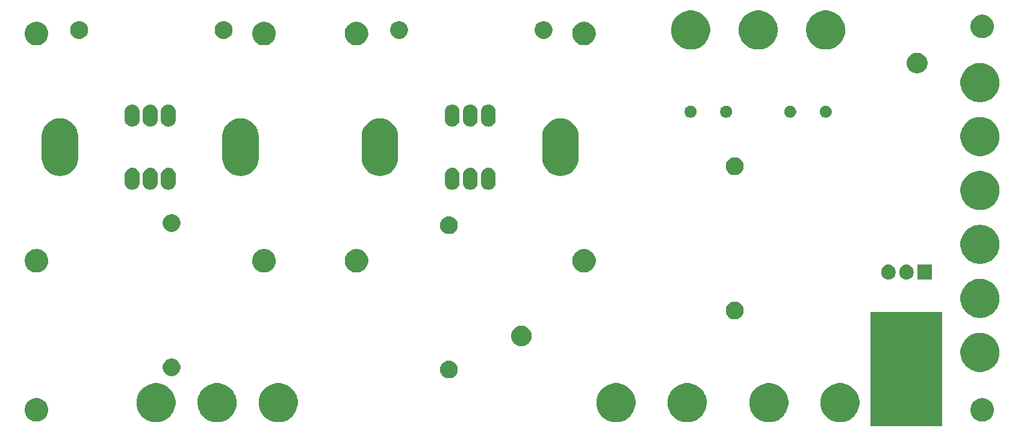
<source format=gbr>
G04 #@! TF.GenerationSoftware,KiCad,Pcbnew,(5.1.5)-3*
G04 #@! TF.CreationDate,2020-10-27T23:40:54+01:00*
G04 #@! TF.ProjectId,output_stage_1,6f757470-7574-45f7-9374-6167655f312e,rev?*
G04 #@! TF.SameCoordinates,Original*
G04 #@! TF.FileFunction,Soldermask,Bot*
G04 #@! TF.FilePolarity,Negative*
%FSLAX46Y46*%
G04 Gerber Fmt 4.6, Leading zero omitted, Abs format (unit mm)*
G04 Created by KiCad (PCBNEW (5.1.5)-3) date 2020-10-27 23:40:54*
%MOMM*%
%LPD*%
G04 APERTURE LIST*
%ADD10C,0.100000*%
G04 APERTURE END LIST*
D10*
G36*
X206411000Y-129311000D02*
G01*
X196309000Y-129311000D01*
X196309000Y-113209000D01*
X206411000Y-113209000D01*
X206411000Y-129311000D01*
G37*
G36*
X104936693Y-123301859D02*
G01*
X105202437Y-123354719D01*
X105703087Y-123562095D01*
X105883561Y-123682684D01*
X106153660Y-123863158D01*
X106536842Y-124246340D01*
X106717316Y-124516439D01*
X106837905Y-124696913D01*
X106971363Y-125019109D01*
X107045281Y-125197564D01*
X107151000Y-125729049D01*
X107151000Y-126270951D01*
X107115186Y-126451000D01*
X107045281Y-126802437D01*
X106837905Y-127303087D01*
X106781521Y-127387471D01*
X106536842Y-127753660D01*
X106153660Y-128136842D01*
X105935794Y-128282415D01*
X105703087Y-128437905D01*
X105202437Y-128645281D01*
X104936694Y-128698140D01*
X104670951Y-128751000D01*
X104129049Y-128751000D01*
X103863306Y-128698140D01*
X103597563Y-128645281D01*
X103096913Y-128437905D01*
X102864206Y-128282415D01*
X102646340Y-128136842D01*
X102263158Y-127753660D01*
X102018479Y-127387471D01*
X101962095Y-127303087D01*
X101754719Y-126802437D01*
X101684814Y-126451000D01*
X101649000Y-126270951D01*
X101649000Y-125729049D01*
X101754719Y-125197564D01*
X101828637Y-125019109D01*
X101962095Y-124696913D01*
X102082684Y-124516439D01*
X102263158Y-124246340D01*
X102646340Y-123863158D01*
X102916439Y-123682684D01*
X103096913Y-123562095D01*
X103597563Y-123354719D01*
X103863307Y-123301859D01*
X104129049Y-123249000D01*
X104670951Y-123249000D01*
X104936693Y-123301859D01*
G37*
G36*
X96336693Y-123301859D02*
G01*
X96602437Y-123354719D01*
X97103087Y-123562095D01*
X97283561Y-123682684D01*
X97553660Y-123863158D01*
X97936842Y-124246340D01*
X98117316Y-124516439D01*
X98237905Y-124696913D01*
X98371363Y-125019109D01*
X98445281Y-125197564D01*
X98551000Y-125729049D01*
X98551000Y-126270951D01*
X98515186Y-126451000D01*
X98445281Y-126802437D01*
X98237905Y-127303087D01*
X98181521Y-127387471D01*
X97936842Y-127753660D01*
X97553660Y-128136842D01*
X97335794Y-128282415D01*
X97103087Y-128437905D01*
X96602437Y-128645281D01*
X96336694Y-128698140D01*
X96070951Y-128751000D01*
X95529049Y-128751000D01*
X95263306Y-128698140D01*
X94997563Y-128645281D01*
X94496913Y-128437905D01*
X94264206Y-128282415D01*
X94046340Y-128136842D01*
X93663158Y-127753660D01*
X93418479Y-127387471D01*
X93362095Y-127303087D01*
X93154719Y-126802437D01*
X93084814Y-126451000D01*
X93049000Y-126270951D01*
X93049000Y-125729049D01*
X93154719Y-125197564D01*
X93228637Y-125019109D01*
X93362095Y-124696913D01*
X93482684Y-124516439D01*
X93663158Y-124246340D01*
X94046340Y-123863158D01*
X94316439Y-123682684D01*
X94496913Y-123562095D01*
X94997563Y-123354719D01*
X95263307Y-123301859D01*
X95529049Y-123249000D01*
X96070951Y-123249000D01*
X96336693Y-123301859D01*
G37*
G36*
X113536693Y-123301859D02*
G01*
X113802437Y-123354719D01*
X114303087Y-123562095D01*
X114483561Y-123682684D01*
X114753660Y-123863158D01*
X115136842Y-124246340D01*
X115317316Y-124516439D01*
X115437905Y-124696913D01*
X115571363Y-125019109D01*
X115645281Y-125197564D01*
X115751000Y-125729049D01*
X115751000Y-126270951D01*
X115715186Y-126451000D01*
X115645281Y-126802437D01*
X115437905Y-127303087D01*
X115381521Y-127387471D01*
X115136842Y-127753660D01*
X114753660Y-128136842D01*
X114535794Y-128282415D01*
X114303087Y-128437905D01*
X113802437Y-128645281D01*
X113536694Y-128698140D01*
X113270951Y-128751000D01*
X112729049Y-128751000D01*
X112463306Y-128698140D01*
X112197563Y-128645281D01*
X111696913Y-128437905D01*
X111464206Y-128282415D01*
X111246340Y-128136842D01*
X110863158Y-127753660D01*
X110618479Y-127387471D01*
X110562095Y-127303087D01*
X110354719Y-126802437D01*
X110284814Y-126451000D01*
X110249000Y-126270951D01*
X110249000Y-125729049D01*
X110354719Y-125197564D01*
X110428637Y-125019109D01*
X110562095Y-124696913D01*
X110682684Y-124516439D01*
X110863158Y-124246340D01*
X111246340Y-123863158D01*
X111516439Y-123682684D01*
X111696913Y-123562095D01*
X112197563Y-123354719D01*
X112463307Y-123301859D01*
X112729049Y-123249000D01*
X113270951Y-123249000D01*
X113536693Y-123301859D01*
G37*
G36*
X171036693Y-123301859D02*
G01*
X171302437Y-123354719D01*
X171803087Y-123562095D01*
X171983561Y-123682684D01*
X172253660Y-123863158D01*
X172636842Y-124246340D01*
X172817316Y-124516439D01*
X172937905Y-124696913D01*
X173071363Y-125019109D01*
X173145281Y-125197564D01*
X173251000Y-125729049D01*
X173251000Y-126270951D01*
X173215186Y-126451000D01*
X173145281Y-126802437D01*
X172937905Y-127303087D01*
X172881521Y-127387471D01*
X172636842Y-127753660D01*
X172253660Y-128136842D01*
X172035794Y-128282415D01*
X171803087Y-128437905D01*
X171302437Y-128645281D01*
X171036694Y-128698140D01*
X170770951Y-128751000D01*
X170229049Y-128751000D01*
X169963306Y-128698140D01*
X169697563Y-128645281D01*
X169196913Y-128437905D01*
X168964206Y-128282415D01*
X168746340Y-128136842D01*
X168363158Y-127753660D01*
X168118479Y-127387471D01*
X168062095Y-127303087D01*
X167854719Y-126802437D01*
X167784814Y-126451000D01*
X167749000Y-126270951D01*
X167749000Y-125729049D01*
X167854719Y-125197564D01*
X167928637Y-125019109D01*
X168062095Y-124696913D01*
X168182684Y-124516439D01*
X168363158Y-124246340D01*
X168746340Y-123863158D01*
X169016439Y-123682684D01*
X169196913Y-123562095D01*
X169697563Y-123354719D01*
X169963307Y-123301859D01*
X170229049Y-123249000D01*
X170770951Y-123249000D01*
X171036693Y-123301859D01*
G37*
G36*
X182536693Y-123301859D02*
G01*
X182802437Y-123354719D01*
X183303087Y-123562095D01*
X183483561Y-123682684D01*
X183753660Y-123863158D01*
X184136842Y-124246340D01*
X184317316Y-124516439D01*
X184437905Y-124696913D01*
X184571363Y-125019109D01*
X184645281Y-125197564D01*
X184751000Y-125729049D01*
X184751000Y-126270951D01*
X184715186Y-126451000D01*
X184645281Y-126802437D01*
X184437905Y-127303087D01*
X184381521Y-127387471D01*
X184136842Y-127753660D01*
X183753660Y-128136842D01*
X183535794Y-128282415D01*
X183303087Y-128437905D01*
X182802437Y-128645281D01*
X182536694Y-128698140D01*
X182270951Y-128751000D01*
X181729049Y-128751000D01*
X181463306Y-128698140D01*
X181197563Y-128645281D01*
X180696913Y-128437905D01*
X180464206Y-128282415D01*
X180246340Y-128136842D01*
X179863158Y-127753660D01*
X179618479Y-127387471D01*
X179562095Y-127303087D01*
X179354719Y-126802437D01*
X179284814Y-126451000D01*
X179249000Y-126270951D01*
X179249000Y-125729049D01*
X179354719Y-125197564D01*
X179428637Y-125019109D01*
X179562095Y-124696913D01*
X179682684Y-124516439D01*
X179863158Y-124246340D01*
X180246340Y-123863158D01*
X180516439Y-123682684D01*
X180696913Y-123562095D01*
X181197563Y-123354719D01*
X181463307Y-123301859D01*
X181729049Y-123249000D01*
X182270951Y-123249000D01*
X182536693Y-123301859D01*
G37*
G36*
X161036693Y-123301859D02*
G01*
X161302437Y-123354719D01*
X161803087Y-123562095D01*
X161983561Y-123682684D01*
X162253660Y-123863158D01*
X162636842Y-124246340D01*
X162817316Y-124516439D01*
X162937905Y-124696913D01*
X163071363Y-125019109D01*
X163145281Y-125197564D01*
X163251000Y-125729049D01*
X163251000Y-126270951D01*
X163215186Y-126451000D01*
X163145281Y-126802437D01*
X162937905Y-127303087D01*
X162881521Y-127387471D01*
X162636842Y-127753660D01*
X162253660Y-128136842D01*
X162035794Y-128282415D01*
X161803087Y-128437905D01*
X161302437Y-128645281D01*
X161036694Y-128698140D01*
X160770951Y-128751000D01*
X160229049Y-128751000D01*
X159963306Y-128698140D01*
X159697563Y-128645281D01*
X159196913Y-128437905D01*
X158964206Y-128282415D01*
X158746340Y-128136842D01*
X158363158Y-127753660D01*
X158118479Y-127387471D01*
X158062095Y-127303087D01*
X157854719Y-126802437D01*
X157784814Y-126451000D01*
X157749000Y-126270951D01*
X157749000Y-125729049D01*
X157854719Y-125197564D01*
X157928637Y-125019109D01*
X158062095Y-124696913D01*
X158182684Y-124516439D01*
X158363158Y-124246340D01*
X158746340Y-123863158D01*
X159016439Y-123682684D01*
X159196913Y-123562095D01*
X159697563Y-123354719D01*
X159963307Y-123301859D01*
X160229049Y-123249000D01*
X160770951Y-123249000D01*
X161036693Y-123301859D01*
G37*
G36*
X192536693Y-123301859D02*
G01*
X192802437Y-123354719D01*
X193303087Y-123562095D01*
X193483561Y-123682684D01*
X193753660Y-123863158D01*
X194136842Y-124246340D01*
X194317316Y-124516439D01*
X194437905Y-124696913D01*
X194571363Y-125019109D01*
X194645281Y-125197564D01*
X194751000Y-125729049D01*
X194751000Y-126270951D01*
X194715186Y-126451000D01*
X194645281Y-126802437D01*
X194437905Y-127303087D01*
X194381521Y-127387471D01*
X194136842Y-127753660D01*
X193753660Y-128136842D01*
X193535794Y-128282415D01*
X193303087Y-128437905D01*
X192802437Y-128645281D01*
X192536694Y-128698140D01*
X192270951Y-128751000D01*
X191729049Y-128751000D01*
X191463306Y-128698140D01*
X191197563Y-128645281D01*
X190696913Y-128437905D01*
X190464206Y-128282415D01*
X190246340Y-128136842D01*
X189863158Y-127753660D01*
X189618479Y-127387471D01*
X189562095Y-127303087D01*
X189354719Y-126802437D01*
X189284814Y-126451000D01*
X189249000Y-126270951D01*
X189249000Y-125729049D01*
X189354719Y-125197564D01*
X189428637Y-125019109D01*
X189562095Y-124696913D01*
X189682684Y-124516439D01*
X189863158Y-124246340D01*
X190246340Y-123863158D01*
X190516439Y-123682684D01*
X190696913Y-123562095D01*
X191197563Y-123354719D01*
X191463307Y-123301859D01*
X191729049Y-123249000D01*
X192270951Y-123249000D01*
X192536693Y-123301859D01*
G37*
G36*
X79375256Y-125391298D02*
G01*
X79481579Y-125412447D01*
X79782042Y-125536903D01*
X80052451Y-125717585D01*
X80282415Y-125947549D01*
X80282416Y-125947551D01*
X80463098Y-126217960D01*
X80587553Y-126518422D01*
X80651000Y-126837389D01*
X80651000Y-127162611D01*
X80623057Y-127303087D01*
X80587553Y-127481579D01*
X80463097Y-127782042D01*
X80282415Y-128052451D01*
X80052451Y-128282415D01*
X79782042Y-128463097D01*
X79782041Y-128463098D01*
X79782040Y-128463098D01*
X79694037Y-128499550D01*
X79481579Y-128587553D01*
X79375256Y-128608702D01*
X79162611Y-128651000D01*
X78837389Y-128651000D01*
X78624744Y-128608702D01*
X78518421Y-128587553D01*
X78305963Y-128499550D01*
X78217960Y-128463098D01*
X78217959Y-128463098D01*
X78217958Y-128463097D01*
X77947549Y-128282415D01*
X77717585Y-128052451D01*
X77536903Y-127782042D01*
X77412447Y-127481579D01*
X77376943Y-127303087D01*
X77349000Y-127162611D01*
X77349000Y-126837389D01*
X77412447Y-126518422D01*
X77536902Y-126217960D01*
X77717584Y-125947551D01*
X77717585Y-125947549D01*
X77947549Y-125717585D01*
X78217958Y-125536903D01*
X78518421Y-125412447D01*
X78624744Y-125391298D01*
X78837389Y-125349000D01*
X79162611Y-125349000D01*
X79375256Y-125391298D01*
G37*
G36*
X212375256Y-125391298D02*
G01*
X212481579Y-125412447D01*
X212782042Y-125536903D01*
X213052451Y-125717585D01*
X213282415Y-125947549D01*
X213282416Y-125947551D01*
X213463098Y-126217960D01*
X213587553Y-126518422D01*
X213651000Y-126837389D01*
X213651000Y-127162611D01*
X213623057Y-127303087D01*
X213587553Y-127481579D01*
X213463097Y-127782042D01*
X213282415Y-128052451D01*
X213052451Y-128282415D01*
X212782042Y-128463097D01*
X212782041Y-128463098D01*
X212782040Y-128463098D01*
X212694037Y-128499550D01*
X212481579Y-128587553D01*
X212375256Y-128608702D01*
X212162611Y-128651000D01*
X211837389Y-128651000D01*
X211624744Y-128608702D01*
X211518421Y-128587553D01*
X211305963Y-128499550D01*
X211217960Y-128463098D01*
X211217959Y-128463098D01*
X211217958Y-128463097D01*
X210947549Y-128282415D01*
X210717585Y-128052451D01*
X210536903Y-127782042D01*
X210412447Y-127481579D01*
X210376943Y-127303087D01*
X210349000Y-127162611D01*
X210349000Y-126837389D01*
X210412447Y-126518422D01*
X210536902Y-126217960D01*
X210717584Y-125947551D01*
X210717585Y-125947549D01*
X210947549Y-125717585D01*
X211217958Y-125536903D01*
X211518421Y-125412447D01*
X211624744Y-125391298D01*
X211837389Y-125349000D01*
X212162611Y-125349000D01*
X212375256Y-125391298D01*
G37*
G36*
X137364903Y-120117075D02*
G01*
X137572553Y-120203086D01*
X137592571Y-120211378D01*
X137797466Y-120348285D01*
X137971715Y-120522534D01*
X138059331Y-120653660D01*
X138108623Y-120727431D01*
X138202925Y-120955097D01*
X138251000Y-121196786D01*
X138251000Y-121443214D01*
X138221291Y-121592569D01*
X138202925Y-121684903D01*
X138108622Y-121912571D01*
X137971715Y-122117466D01*
X137797466Y-122291715D01*
X137592571Y-122428622D01*
X137592570Y-122428623D01*
X137592569Y-122428623D01*
X137364903Y-122522925D01*
X137123214Y-122571000D01*
X136876786Y-122571000D01*
X136635097Y-122522925D01*
X136407431Y-122428623D01*
X136407430Y-122428623D01*
X136407429Y-122428622D01*
X136202534Y-122291715D01*
X136028285Y-122117466D01*
X135891378Y-121912571D01*
X135797075Y-121684903D01*
X135778709Y-121592569D01*
X135749000Y-121443214D01*
X135749000Y-121196786D01*
X135797075Y-120955097D01*
X135891377Y-120727431D01*
X135940669Y-120653660D01*
X136028285Y-120522534D01*
X136202534Y-120348285D01*
X136407429Y-120211378D01*
X136427448Y-120203086D01*
X136635097Y-120117075D01*
X136876786Y-120069000D01*
X137123214Y-120069000D01*
X137364903Y-120117075D01*
G37*
G36*
X98364903Y-119797075D02*
G01*
X98592571Y-119891378D01*
X98797466Y-120028285D01*
X98971715Y-120202534D01*
X99108622Y-120407429D01*
X99108623Y-120407431D01*
X99202925Y-120635097D01*
X99251000Y-120876786D01*
X99251000Y-121123214D01*
X99236365Y-121196787D01*
X99202925Y-121364903D01*
X99108622Y-121592571D01*
X98971715Y-121797466D01*
X98797466Y-121971715D01*
X98592571Y-122108622D01*
X98592570Y-122108623D01*
X98592569Y-122108623D01*
X98364903Y-122202925D01*
X98123214Y-122251000D01*
X97876786Y-122251000D01*
X97635097Y-122202925D01*
X97407431Y-122108623D01*
X97407430Y-122108623D01*
X97407429Y-122108622D01*
X97202534Y-121971715D01*
X97028285Y-121797466D01*
X96891378Y-121592571D01*
X96797075Y-121364903D01*
X96763635Y-121196787D01*
X96749000Y-121123214D01*
X96749000Y-120876786D01*
X96797075Y-120635097D01*
X96891377Y-120407431D01*
X96891378Y-120407429D01*
X97028285Y-120202534D01*
X97202534Y-120028285D01*
X97407429Y-119891378D01*
X97635097Y-119797075D01*
X97876786Y-119749000D01*
X98123214Y-119749000D01*
X98364903Y-119797075D01*
G37*
G36*
X212236694Y-116201860D02*
G01*
X212502437Y-116254719D01*
X213003087Y-116462095D01*
X213183561Y-116582684D01*
X213453660Y-116763158D01*
X213836842Y-117146340D01*
X214017316Y-117416439D01*
X214137905Y-117596913D01*
X214271363Y-117919109D01*
X214345281Y-118097564D01*
X214451000Y-118629049D01*
X214451000Y-119170951D01*
X214415186Y-119351000D01*
X214345281Y-119702437D01*
X214137905Y-120203087D01*
X214022160Y-120376311D01*
X213836842Y-120653660D01*
X213453660Y-121036842D01*
X213190774Y-121212496D01*
X213003087Y-121337905D01*
X212502437Y-121545281D01*
X212264703Y-121592569D01*
X211970951Y-121651000D01*
X211429049Y-121651000D01*
X211135297Y-121592569D01*
X210897563Y-121545281D01*
X210396913Y-121337905D01*
X210209226Y-121212496D01*
X209946340Y-121036842D01*
X209563158Y-120653660D01*
X209377840Y-120376311D01*
X209262095Y-120203087D01*
X209054719Y-119702437D01*
X208984814Y-119351000D01*
X208949000Y-119170951D01*
X208949000Y-118629049D01*
X209054719Y-118097564D01*
X209128637Y-117919109D01*
X209262095Y-117596913D01*
X209382684Y-117416439D01*
X209563158Y-117146340D01*
X209946340Y-116763158D01*
X210216439Y-116582684D01*
X210396913Y-116462095D01*
X210897563Y-116254719D01*
X211163306Y-116201860D01*
X211429049Y-116149000D01*
X211970951Y-116149000D01*
X212236694Y-116201860D01*
G37*
G36*
X147623241Y-115204760D02*
G01*
X147887305Y-115314139D01*
X148124958Y-115472934D01*
X148327066Y-115675042D01*
X148485861Y-115912695D01*
X148595240Y-116176759D01*
X148651000Y-116457088D01*
X148651000Y-116742912D01*
X148595240Y-117023241D01*
X148485861Y-117287305D01*
X148327066Y-117524958D01*
X148124958Y-117727066D01*
X147887305Y-117885861D01*
X147623241Y-117995240D01*
X147342912Y-118051000D01*
X147057088Y-118051000D01*
X146776759Y-117995240D01*
X146512695Y-117885861D01*
X146275042Y-117727066D01*
X146072934Y-117524958D01*
X145914139Y-117287305D01*
X145804760Y-117023241D01*
X145749000Y-116742912D01*
X145749000Y-116457088D01*
X145804760Y-116176759D01*
X145914139Y-115912695D01*
X146072934Y-115675042D01*
X146275042Y-115472934D01*
X146512695Y-115314139D01*
X146776759Y-115204760D01*
X147057088Y-115149000D01*
X147342912Y-115149000D01*
X147623241Y-115204760D01*
G37*
G36*
X177564903Y-111797075D02*
G01*
X177792571Y-111891378D01*
X177997466Y-112028285D01*
X178171715Y-112202534D01*
X178291348Y-112381577D01*
X178308623Y-112407431D01*
X178402925Y-112635097D01*
X178451000Y-112876786D01*
X178451000Y-113123214D01*
X178402925Y-113364903D01*
X178330966Y-113538629D01*
X178308622Y-113592571D01*
X178171715Y-113797466D01*
X177997466Y-113971715D01*
X177792571Y-114108622D01*
X177792570Y-114108623D01*
X177792569Y-114108623D01*
X177564903Y-114202925D01*
X177323214Y-114251000D01*
X177076786Y-114251000D01*
X176835097Y-114202925D01*
X176607431Y-114108623D01*
X176607430Y-114108623D01*
X176607429Y-114108622D01*
X176402534Y-113971715D01*
X176228285Y-113797466D01*
X176091378Y-113592571D01*
X176069035Y-113538629D01*
X175997075Y-113364903D01*
X175949000Y-113123214D01*
X175949000Y-112876786D01*
X175997075Y-112635097D01*
X176091377Y-112407431D01*
X176108652Y-112381577D01*
X176228285Y-112202534D01*
X176402534Y-112028285D01*
X176607429Y-111891378D01*
X176835097Y-111797075D01*
X177076786Y-111749000D01*
X177323214Y-111749000D01*
X177564903Y-111797075D01*
G37*
G36*
X212236694Y-108601860D02*
G01*
X212502437Y-108654719D01*
X213003087Y-108862095D01*
X213183561Y-108982684D01*
X213453660Y-109163158D01*
X213836842Y-109546340D01*
X214017316Y-109816439D01*
X214137905Y-109996913D01*
X214271363Y-110319109D01*
X214345281Y-110497564D01*
X214451000Y-111029049D01*
X214451000Y-111570951D01*
X214415584Y-111749000D01*
X214345281Y-112102437D01*
X214137905Y-112603087D01*
X214081521Y-112687471D01*
X213836842Y-113053660D01*
X213453660Y-113436842D01*
X213220597Y-113592569D01*
X213003087Y-113737905D01*
X212502437Y-113945281D01*
X212236694Y-113998140D01*
X211970951Y-114051000D01*
X211429049Y-114051000D01*
X211163306Y-113998140D01*
X210897563Y-113945281D01*
X210396913Y-113737905D01*
X210179403Y-113592569D01*
X209946340Y-113436842D01*
X209563158Y-113053660D01*
X209318479Y-112687471D01*
X209262095Y-112603087D01*
X209054719Y-112102437D01*
X208984416Y-111749000D01*
X208949000Y-111570951D01*
X208949000Y-111029049D01*
X209054719Y-110497564D01*
X209128637Y-110319109D01*
X209262095Y-109996913D01*
X209382684Y-109816439D01*
X209563158Y-109546340D01*
X209946340Y-109163158D01*
X210216439Y-108982684D01*
X210396913Y-108862095D01*
X210897563Y-108654719D01*
X211163306Y-108601860D01*
X211429049Y-108549000D01*
X211970951Y-108549000D01*
X212236694Y-108601860D01*
G37*
G36*
X199016720Y-106563520D02*
G01*
X199205881Y-106620901D01*
X199380212Y-106714083D01*
X199533015Y-106839485D01*
X199658417Y-106992288D01*
X199690575Y-107052451D01*
X199751598Y-107166617D01*
X199751599Y-107166620D01*
X199808980Y-107355781D01*
X199823500Y-107503207D01*
X199823500Y-107696794D01*
X199808980Y-107844220D01*
X199751599Y-108033381D01*
X199658417Y-108207712D01*
X199533015Y-108360515D01*
X199380212Y-108485917D01*
X199298333Y-108529682D01*
X199205883Y-108579098D01*
X199205880Y-108579099D01*
X199016719Y-108636480D01*
X198820000Y-108655855D01*
X198623280Y-108636480D01*
X198434119Y-108579099D01*
X198259788Y-108485917D01*
X198106985Y-108360515D01*
X197981583Y-108207712D01*
X197937818Y-108125833D01*
X197888402Y-108033383D01*
X197888401Y-108033380D01*
X197831020Y-107844219D01*
X197816500Y-107696793D01*
X197816500Y-107503206D01*
X197831020Y-107355780D01*
X197888401Y-107166619D01*
X197981583Y-106992288D01*
X198106985Y-106839485D01*
X198259788Y-106714083D01*
X198434120Y-106620901D01*
X198623281Y-106563520D01*
X198820000Y-106544145D01*
X199016720Y-106563520D01*
G37*
G36*
X201556720Y-106563520D02*
G01*
X201745881Y-106620901D01*
X201920212Y-106714083D01*
X202073015Y-106839485D01*
X202198417Y-106992288D01*
X202230575Y-107052451D01*
X202291598Y-107166617D01*
X202291599Y-107166620D01*
X202348980Y-107355781D01*
X202363500Y-107503207D01*
X202363500Y-107696794D01*
X202348980Y-107844220D01*
X202291599Y-108033381D01*
X202198417Y-108207712D01*
X202073015Y-108360515D01*
X201920212Y-108485917D01*
X201838333Y-108529682D01*
X201745883Y-108579098D01*
X201745880Y-108579099D01*
X201556719Y-108636480D01*
X201360000Y-108655855D01*
X201163280Y-108636480D01*
X200974119Y-108579099D01*
X200799788Y-108485917D01*
X200646985Y-108360515D01*
X200521583Y-108207712D01*
X200477818Y-108125833D01*
X200428402Y-108033383D01*
X200428401Y-108033380D01*
X200371020Y-107844219D01*
X200356500Y-107696793D01*
X200356500Y-107503206D01*
X200371020Y-107355780D01*
X200428401Y-107166619D01*
X200521583Y-106992288D01*
X200646985Y-106839485D01*
X200799788Y-106714083D01*
X200974120Y-106620901D01*
X201163281Y-106563520D01*
X201360000Y-106544145D01*
X201556720Y-106563520D01*
G37*
G36*
X204903500Y-108651000D02*
G01*
X202896500Y-108651000D01*
X202896500Y-106549000D01*
X204903500Y-106549000D01*
X204903500Y-108651000D01*
G37*
G36*
X79375256Y-104391298D02*
G01*
X79481579Y-104412447D01*
X79782042Y-104536903D01*
X80052451Y-104717585D01*
X80282415Y-104947549D01*
X80463097Y-105217958D01*
X80584633Y-105511371D01*
X80587553Y-105518422D01*
X80651000Y-105837389D01*
X80651000Y-106162611D01*
X80614664Y-106345281D01*
X80587553Y-106481579D01*
X80463097Y-106782042D01*
X80282415Y-107052451D01*
X80052451Y-107282415D01*
X79782042Y-107463097D01*
X79481579Y-107587553D01*
X79375256Y-107608702D01*
X79162611Y-107651000D01*
X78837389Y-107651000D01*
X78624744Y-107608702D01*
X78518421Y-107587553D01*
X78217958Y-107463097D01*
X77947549Y-107282415D01*
X77717585Y-107052451D01*
X77536903Y-106782042D01*
X77412447Y-106481579D01*
X77385336Y-106345281D01*
X77349000Y-106162611D01*
X77349000Y-105837389D01*
X77412447Y-105518422D01*
X77415368Y-105511371D01*
X77536903Y-105217958D01*
X77717585Y-104947549D01*
X77947549Y-104717585D01*
X78217958Y-104536903D01*
X78518421Y-104412447D01*
X78624744Y-104391298D01*
X78837389Y-104349000D01*
X79162611Y-104349000D01*
X79375256Y-104391298D01*
G37*
G36*
X124375256Y-104391298D02*
G01*
X124481579Y-104412447D01*
X124782042Y-104536903D01*
X125052451Y-104717585D01*
X125282415Y-104947549D01*
X125463097Y-105217958D01*
X125584633Y-105511371D01*
X125587553Y-105518422D01*
X125651000Y-105837389D01*
X125651000Y-106162611D01*
X125614664Y-106345281D01*
X125587553Y-106481579D01*
X125463097Y-106782042D01*
X125282415Y-107052451D01*
X125052451Y-107282415D01*
X124782042Y-107463097D01*
X124481579Y-107587553D01*
X124375256Y-107608702D01*
X124162611Y-107651000D01*
X123837389Y-107651000D01*
X123624744Y-107608702D01*
X123518421Y-107587553D01*
X123217958Y-107463097D01*
X122947549Y-107282415D01*
X122717585Y-107052451D01*
X122536903Y-106782042D01*
X122412447Y-106481579D01*
X122385336Y-106345281D01*
X122349000Y-106162611D01*
X122349000Y-105837389D01*
X122412447Y-105518422D01*
X122415368Y-105511371D01*
X122536903Y-105217958D01*
X122717585Y-104947549D01*
X122947549Y-104717585D01*
X123217958Y-104536903D01*
X123518421Y-104412447D01*
X123624744Y-104391298D01*
X123837389Y-104349000D01*
X124162611Y-104349000D01*
X124375256Y-104391298D01*
G37*
G36*
X111375256Y-104391298D02*
G01*
X111481579Y-104412447D01*
X111782042Y-104536903D01*
X112052451Y-104717585D01*
X112282415Y-104947549D01*
X112463097Y-105217958D01*
X112584633Y-105511371D01*
X112587553Y-105518422D01*
X112651000Y-105837389D01*
X112651000Y-106162611D01*
X112614664Y-106345281D01*
X112587553Y-106481579D01*
X112463097Y-106782042D01*
X112282415Y-107052451D01*
X112052451Y-107282415D01*
X111782042Y-107463097D01*
X111481579Y-107587553D01*
X111375256Y-107608702D01*
X111162611Y-107651000D01*
X110837389Y-107651000D01*
X110624744Y-107608702D01*
X110518421Y-107587553D01*
X110217958Y-107463097D01*
X109947549Y-107282415D01*
X109717585Y-107052451D01*
X109536903Y-106782042D01*
X109412447Y-106481579D01*
X109385336Y-106345281D01*
X109349000Y-106162611D01*
X109349000Y-105837389D01*
X109412447Y-105518422D01*
X109415368Y-105511371D01*
X109536903Y-105217958D01*
X109717585Y-104947549D01*
X109947549Y-104717585D01*
X110217958Y-104536903D01*
X110518421Y-104412447D01*
X110624744Y-104391298D01*
X110837389Y-104349000D01*
X111162611Y-104349000D01*
X111375256Y-104391298D01*
G37*
G36*
X156375256Y-104391298D02*
G01*
X156481579Y-104412447D01*
X156782042Y-104536903D01*
X157052451Y-104717585D01*
X157282415Y-104947549D01*
X157463097Y-105217958D01*
X157584633Y-105511371D01*
X157587553Y-105518422D01*
X157651000Y-105837389D01*
X157651000Y-106162611D01*
X157614664Y-106345281D01*
X157587553Y-106481579D01*
X157463097Y-106782042D01*
X157282415Y-107052451D01*
X157052451Y-107282415D01*
X156782042Y-107463097D01*
X156481579Y-107587553D01*
X156375256Y-107608702D01*
X156162611Y-107651000D01*
X155837389Y-107651000D01*
X155624744Y-107608702D01*
X155518421Y-107587553D01*
X155217958Y-107463097D01*
X154947549Y-107282415D01*
X154717585Y-107052451D01*
X154536903Y-106782042D01*
X154412447Y-106481579D01*
X154385336Y-106345281D01*
X154349000Y-106162611D01*
X154349000Y-105837389D01*
X154412447Y-105518422D01*
X154415368Y-105511371D01*
X154536903Y-105217958D01*
X154717585Y-104947549D01*
X154947549Y-104717585D01*
X155217958Y-104536903D01*
X155518421Y-104412447D01*
X155624744Y-104391298D01*
X155837389Y-104349000D01*
X156162611Y-104349000D01*
X156375256Y-104391298D01*
G37*
G36*
X212236694Y-101001860D02*
G01*
X212502437Y-101054719D01*
X213003087Y-101262095D01*
X213156950Y-101364903D01*
X213453660Y-101563158D01*
X213836842Y-101946340D01*
X214008286Y-102202925D01*
X214137905Y-102396913D01*
X214271363Y-102719109D01*
X214345281Y-102897564D01*
X214451000Y-103429049D01*
X214451000Y-103970951D01*
X214415186Y-104151000D01*
X214345281Y-104502437D01*
X214137905Y-105003087D01*
X214081521Y-105087471D01*
X213836842Y-105453660D01*
X213453660Y-105836842D01*
X213190774Y-106012496D01*
X213003087Y-106137905D01*
X212502437Y-106345281D01*
X212236693Y-106398141D01*
X211970951Y-106451000D01*
X211429049Y-106451000D01*
X211163306Y-106398140D01*
X210897563Y-106345281D01*
X210396913Y-106137905D01*
X210209226Y-106012496D01*
X209946340Y-105836842D01*
X209563158Y-105453660D01*
X209318479Y-105087471D01*
X209262095Y-105003087D01*
X209054719Y-104502437D01*
X208984814Y-104151000D01*
X208949000Y-103970951D01*
X208949000Y-103429049D01*
X209054719Y-102897564D01*
X209128637Y-102719109D01*
X209262095Y-102396913D01*
X209391714Y-102202925D01*
X209563158Y-101946340D01*
X209946340Y-101563158D01*
X210243050Y-101364903D01*
X210396913Y-101262095D01*
X210897563Y-101054719D01*
X211163307Y-101001859D01*
X211429049Y-100949000D01*
X211970951Y-100949000D01*
X212236694Y-101001860D01*
G37*
G36*
X137364903Y-99797075D02*
G01*
X137571225Y-99882536D01*
X137592571Y-99891378D01*
X137797466Y-100028285D01*
X137971715Y-100202534D01*
X137971716Y-100202536D01*
X138108623Y-100407431D01*
X138202925Y-100635097D01*
X138251000Y-100876786D01*
X138251000Y-101123214D01*
X138202925Y-101364903D01*
X138128970Y-101543448D01*
X138108622Y-101592571D01*
X137971715Y-101797466D01*
X137797466Y-101971715D01*
X137592571Y-102108622D01*
X137592570Y-102108623D01*
X137592569Y-102108623D01*
X137364903Y-102202925D01*
X137123214Y-102251000D01*
X136876786Y-102251000D01*
X136635097Y-102202925D01*
X136407431Y-102108623D01*
X136407430Y-102108623D01*
X136407429Y-102108622D01*
X136202534Y-101971715D01*
X136028285Y-101797466D01*
X135891378Y-101592571D01*
X135871031Y-101543448D01*
X135797075Y-101364903D01*
X135749000Y-101123214D01*
X135749000Y-100876786D01*
X135797075Y-100635097D01*
X135891377Y-100407431D01*
X136028284Y-100202536D01*
X136028285Y-100202534D01*
X136202534Y-100028285D01*
X136407429Y-99891378D01*
X136428776Y-99882536D01*
X136635097Y-99797075D01*
X136876786Y-99749000D01*
X137123214Y-99749000D01*
X137364903Y-99797075D01*
G37*
G36*
X98364903Y-99477075D02*
G01*
X98592571Y-99571378D01*
X98797466Y-99708285D01*
X98971715Y-99882534D01*
X98977624Y-99891378D01*
X99108623Y-100087431D01*
X99202925Y-100315097D01*
X99251000Y-100556786D01*
X99251000Y-100803214D01*
X99236365Y-100876787D01*
X99202925Y-101044903D01*
X99108622Y-101272571D01*
X98971715Y-101477466D01*
X98797466Y-101651715D01*
X98592571Y-101788622D01*
X98592570Y-101788623D01*
X98592569Y-101788623D01*
X98364903Y-101882925D01*
X98123214Y-101931000D01*
X97876786Y-101931000D01*
X97635097Y-101882925D01*
X97407431Y-101788623D01*
X97407430Y-101788623D01*
X97407429Y-101788622D01*
X97202534Y-101651715D01*
X97028285Y-101477466D01*
X96891378Y-101272571D01*
X96797075Y-101044903D01*
X96763635Y-100876787D01*
X96749000Y-100803214D01*
X96749000Y-100556786D01*
X96797075Y-100315097D01*
X96891377Y-100087431D01*
X97022376Y-99891378D01*
X97028285Y-99882534D01*
X97202534Y-99708285D01*
X97407429Y-99571378D01*
X97635097Y-99477075D01*
X97876786Y-99429000D01*
X98123214Y-99429000D01*
X98364903Y-99477075D01*
G37*
G36*
X212236694Y-93401860D02*
G01*
X212502437Y-93454719D01*
X213003087Y-93662095D01*
X213183561Y-93782684D01*
X213453660Y-93963158D01*
X213836842Y-94346340D01*
X214017316Y-94616439D01*
X214137905Y-94796913D01*
X214345281Y-95297563D01*
X214392854Y-95536728D01*
X214451000Y-95829049D01*
X214451000Y-96370951D01*
X214415186Y-96551000D01*
X214345281Y-96902437D01*
X214137905Y-97403087D01*
X214081521Y-97487471D01*
X213836842Y-97853660D01*
X213453660Y-98236842D01*
X213190774Y-98412496D01*
X213003087Y-98537905D01*
X212502437Y-98745281D01*
X212236693Y-98798141D01*
X211970951Y-98851000D01*
X211429049Y-98851000D01*
X211163307Y-98798141D01*
X210897563Y-98745281D01*
X210396913Y-98537905D01*
X210209226Y-98412496D01*
X209946340Y-98236842D01*
X209563158Y-97853660D01*
X209318479Y-97487471D01*
X209262095Y-97403087D01*
X209054719Y-96902437D01*
X208984814Y-96551000D01*
X208949000Y-96370951D01*
X208949000Y-95829049D01*
X209007146Y-95536728D01*
X209054719Y-95297563D01*
X209262095Y-94796913D01*
X209382684Y-94616439D01*
X209563158Y-94346340D01*
X209946340Y-93963158D01*
X210216439Y-93782684D01*
X210396913Y-93662095D01*
X210897563Y-93454719D01*
X211163307Y-93401859D01*
X211429049Y-93349000D01*
X211970951Y-93349000D01*
X212236694Y-93401860D01*
G37*
G36*
X142746031Y-92914207D02*
G01*
X142944145Y-92974305D01*
X142944148Y-92974306D01*
X143010030Y-93009521D01*
X143126729Y-93071897D01*
X143286765Y-93203235D01*
X143418103Y-93363271D01*
X143418104Y-93363273D01*
X143515694Y-93545851D01*
X143515694Y-93545852D01*
X143515695Y-93545854D01*
X143575793Y-93743968D01*
X143591000Y-93898370D01*
X143591000Y-95001630D01*
X143575793Y-95156032D01*
X143532859Y-95297563D01*
X143515694Y-95354149D01*
X143463939Y-95450975D01*
X143418103Y-95536729D01*
X143286765Y-95696765D01*
X143126729Y-95828103D01*
X143040975Y-95873939D01*
X142944149Y-95925694D01*
X142944146Y-95925695D01*
X142746032Y-95985793D01*
X142540000Y-96006085D01*
X142333969Y-95985793D01*
X142135855Y-95925695D01*
X142135852Y-95925694D01*
X142039026Y-95873939D01*
X141953272Y-95828103D01*
X141793236Y-95696765D01*
X141661898Y-95536729D01*
X141639184Y-95494234D01*
X141564305Y-95354147D01*
X141504207Y-95156030D01*
X141489000Y-95001631D01*
X141489000Y-93898370D01*
X141504207Y-93743971D01*
X141504207Y-93743969D01*
X141564305Y-93545855D01*
X141564306Y-93545852D01*
X141613018Y-93454719D01*
X141661897Y-93363271D01*
X141793235Y-93203235D01*
X141953271Y-93071897D01*
X142039025Y-93026061D01*
X142135851Y-92974306D01*
X142135854Y-92974305D01*
X142333968Y-92914207D01*
X142540000Y-92893915D01*
X142746031Y-92914207D01*
G37*
G36*
X92666031Y-92914207D02*
G01*
X92864145Y-92974305D01*
X92864148Y-92974306D01*
X92930030Y-93009521D01*
X93046729Y-93071897D01*
X93206765Y-93203235D01*
X93338103Y-93363271D01*
X93338104Y-93363273D01*
X93435694Y-93545851D01*
X93435694Y-93545852D01*
X93435695Y-93545854D01*
X93495793Y-93743968D01*
X93511000Y-93898370D01*
X93511000Y-95001630D01*
X93495793Y-95156032D01*
X93452859Y-95297563D01*
X93435694Y-95354149D01*
X93383939Y-95450975D01*
X93338103Y-95536729D01*
X93206765Y-95696765D01*
X93046729Y-95828103D01*
X92960975Y-95873939D01*
X92864149Y-95925694D01*
X92864146Y-95925695D01*
X92666032Y-95985793D01*
X92460000Y-96006085D01*
X92253969Y-95985793D01*
X92055855Y-95925695D01*
X92055852Y-95925694D01*
X91959026Y-95873939D01*
X91873272Y-95828103D01*
X91713236Y-95696765D01*
X91581898Y-95536729D01*
X91559184Y-95494234D01*
X91484305Y-95354147D01*
X91424207Y-95156030D01*
X91409000Y-95001631D01*
X91409000Y-93898370D01*
X91424207Y-93743971D01*
X91424207Y-93743969D01*
X91484305Y-93545855D01*
X91484306Y-93545852D01*
X91533018Y-93454719D01*
X91581897Y-93363271D01*
X91713235Y-93203235D01*
X91873271Y-93071897D01*
X91959025Y-93026061D01*
X92055851Y-92974306D01*
X92055854Y-92974305D01*
X92253968Y-92914207D01*
X92460000Y-92893915D01*
X92666031Y-92914207D01*
G37*
G36*
X95206031Y-92914207D02*
G01*
X95404145Y-92974305D01*
X95404148Y-92974306D01*
X95470030Y-93009521D01*
X95586729Y-93071897D01*
X95746765Y-93203235D01*
X95878103Y-93363271D01*
X95878104Y-93363273D01*
X95975694Y-93545851D01*
X95975694Y-93545852D01*
X95975695Y-93545854D01*
X96035793Y-93743968D01*
X96051000Y-93898370D01*
X96051000Y-95001630D01*
X96035793Y-95156032D01*
X95992859Y-95297563D01*
X95975694Y-95354149D01*
X95923939Y-95450975D01*
X95878103Y-95536729D01*
X95746765Y-95696765D01*
X95586729Y-95828103D01*
X95500975Y-95873939D01*
X95404149Y-95925694D01*
X95404146Y-95925695D01*
X95206032Y-95985793D01*
X95000000Y-96006085D01*
X94793969Y-95985793D01*
X94595855Y-95925695D01*
X94595852Y-95925694D01*
X94499026Y-95873939D01*
X94413272Y-95828103D01*
X94253236Y-95696765D01*
X94121898Y-95536729D01*
X94099184Y-95494234D01*
X94024305Y-95354147D01*
X93964207Y-95156030D01*
X93949000Y-95001631D01*
X93949000Y-93898370D01*
X93964207Y-93743971D01*
X93964207Y-93743969D01*
X94024305Y-93545855D01*
X94024306Y-93545852D01*
X94073018Y-93454719D01*
X94121897Y-93363271D01*
X94253235Y-93203235D01*
X94413271Y-93071897D01*
X94499025Y-93026061D01*
X94595851Y-92974306D01*
X94595854Y-92974305D01*
X94793968Y-92914207D01*
X95000000Y-92893915D01*
X95206031Y-92914207D01*
G37*
G36*
X137666031Y-92914207D02*
G01*
X137864145Y-92974305D01*
X137864148Y-92974306D01*
X137930030Y-93009521D01*
X138046729Y-93071897D01*
X138206765Y-93203235D01*
X138338103Y-93363271D01*
X138338104Y-93363273D01*
X138435694Y-93545851D01*
X138435694Y-93545852D01*
X138435695Y-93545854D01*
X138495793Y-93743968D01*
X138511000Y-93898370D01*
X138511000Y-95001630D01*
X138495793Y-95156032D01*
X138452859Y-95297563D01*
X138435694Y-95354149D01*
X138383939Y-95450975D01*
X138338103Y-95536729D01*
X138206765Y-95696765D01*
X138046729Y-95828103D01*
X137960975Y-95873939D01*
X137864149Y-95925694D01*
X137864146Y-95925695D01*
X137666032Y-95985793D01*
X137460000Y-96006085D01*
X137253969Y-95985793D01*
X137055855Y-95925695D01*
X137055852Y-95925694D01*
X136959026Y-95873939D01*
X136873272Y-95828103D01*
X136713236Y-95696765D01*
X136581898Y-95536729D01*
X136559184Y-95494234D01*
X136484305Y-95354147D01*
X136424207Y-95156030D01*
X136409000Y-95001631D01*
X136409000Y-93898370D01*
X136424207Y-93743971D01*
X136424207Y-93743969D01*
X136484305Y-93545855D01*
X136484306Y-93545852D01*
X136533018Y-93454719D01*
X136581897Y-93363271D01*
X136713235Y-93203235D01*
X136873271Y-93071897D01*
X136959025Y-93026061D01*
X137055851Y-92974306D01*
X137055854Y-92974305D01*
X137253968Y-92914207D01*
X137460000Y-92893915D01*
X137666031Y-92914207D01*
G37*
G36*
X97746031Y-92914207D02*
G01*
X97944145Y-92974305D01*
X97944148Y-92974306D01*
X98010030Y-93009521D01*
X98126729Y-93071897D01*
X98286765Y-93203235D01*
X98418103Y-93363271D01*
X98418104Y-93363273D01*
X98515694Y-93545851D01*
X98515694Y-93545852D01*
X98515695Y-93545854D01*
X98575793Y-93743968D01*
X98591000Y-93898370D01*
X98591000Y-95001630D01*
X98575793Y-95156032D01*
X98532859Y-95297563D01*
X98515694Y-95354149D01*
X98463939Y-95450975D01*
X98418103Y-95536729D01*
X98286765Y-95696765D01*
X98126729Y-95828103D01*
X98040975Y-95873939D01*
X97944149Y-95925694D01*
X97944146Y-95925695D01*
X97746032Y-95985793D01*
X97540000Y-96006085D01*
X97333969Y-95985793D01*
X97135855Y-95925695D01*
X97135852Y-95925694D01*
X97039026Y-95873939D01*
X96953272Y-95828103D01*
X96793236Y-95696765D01*
X96661898Y-95536729D01*
X96639184Y-95494234D01*
X96564305Y-95354147D01*
X96504207Y-95156030D01*
X96489000Y-95001631D01*
X96489000Y-93898370D01*
X96504207Y-93743971D01*
X96504207Y-93743969D01*
X96564305Y-93545855D01*
X96564306Y-93545852D01*
X96613018Y-93454719D01*
X96661897Y-93363271D01*
X96793235Y-93203235D01*
X96953271Y-93071897D01*
X97039025Y-93026061D01*
X97135851Y-92974306D01*
X97135854Y-92974305D01*
X97333968Y-92914207D01*
X97540000Y-92893915D01*
X97746031Y-92914207D01*
G37*
G36*
X140206031Y-92914207D02*
G01*
X140404145Y-92974305D01*
X140404148Y-92974306D01*
X140470030Y-93009521D01*
X140586729Y-93071897D01*
X140746765Y-93203235D01*
X140878103Y-93363271D01*
X140878104Y-93363273D01*
X140975694Y-93545851D01*
X140975694Y-93545852D01*
X140975695Y-93545854D01*
X141035793Y-93743968D01*
X141051000Y-93898370D01*
X141051000Y-95001630D01*
X141035793Y-95156032D01*
X140992859Y-95297563D01*
X140975694Y-95354149D01*
X140923939Y-95450975D01*
X140878103Y-95536729D01*
X140746765Y-95696765D01*
X140586729Y-95828103D01*
X140500975Y-95873939D01*
X140404149Y-95925694D01*
X140404146Y-95925695D01*
X140206032Y-95985793D01*
X140000000Y-96006085D01*
X139793969Y-95985793D01*
X139595855Y-95925695D01*
X139595852Y-95925694D01*
X139499026Y-95873939D01*
X139413272Y-95828103D01*
X139253236Y-95696765D01*
X139121898Y-95536729D01*
X139099184Y-95494234D01*
X139024305Y-95354147D01*
X138964207Y-95156030D01*
X138949000Y-95001631D01*
X138949000Y-93898370D01*
X138964207Y-93743971D01*
X138964207Y-93743969D01*
X139024305Y-93545855D01*
X139024306Y-93545852D01*
X139073018Y-93454719D01*
X139121897Y-93363271D01*
X139253235Y-93203235D01*
X139413271Y-93071897D01*
X139499025Y-93026061D01*
X139595851Y-92974306D01*
X139595854Y-92974305D01*
X139793968Y-92914207D01*
X140000000Y-92893915D01*
X140206031Y-92914207D01*
G37*
G36*
X127800081Y-85985910D02*
G01*
X128094854Y-86075329D01*
X128280948Y-86131780D01*
X128280950Y-86131781D01*
X128724115Y-86368657D01*
X129112557Y-86687443D01*
X129431343Y-87075883D01*
X129640815Y-87467780D01*
X129668220Y-87519051D01*
X129720856Y-87692568D01*
X129814090Y-87999918D01*
X129851000Y-88374676D01*
X129851000Y-91625324D01*
X129814090Y-92000082D01*
X129668219Y-92480951D01*
X129431343Y-92924116D01*
X129112558Y-93312558D01*
X128724116Y-93631343D01*
X128429867Y-93788622D01*
X128280949Y-93868220D01*
X128181554Y-93898371D01*
X127800082Y-94014090D01*
X127300000Y-94063343D01*
X126799919Y-94014090D01*
X126418447Y-93898371D01*
X126319052Y-93868220D01*
X126170134Y-93788622D01*
X125875885Y-93631343D01*
X125487443Y-93312558D01*
X125168658Y-92924116D01*
X124931780Y-92480948D01*
X124785910Y-92000085D01*
X124749000Y-91625324D01*
X124749000Y-88374677D01*
X124785910Y-87999919D01*
X124931781Y-87519050D01*
X125168657Y-87075885D01*
X125487443Y-86687443D01*
X125875883Y-86368657D01*
X126319049Y-86131781D01*
X126319051Y-86131780D01*
X126505145Y-86075329D01*
X126799918Y-85985910D01*
X127300000Y-85936657D01*
X127800081Y-85985910D01*
G37*
G36*
X153200081Y-85985910D02*
G01*
X153494854Y-86075329D01*
X153680948Y-86131780D01*
X153680950Y-86131781D01*
X154124115Y-86368657D01*
X154512557Y-86687443D01*
X154831343Y-87075883D01*
X155040815Y-87467780D01*
X155068220Y-87519051D01*
X155120856Y-87692568D01*
X155214090Y-87999918D01*
X155251000Y-88374676D01*
X155251000Y-91625324D01*
X155214090Y-92000082D01*
X155068219Y-92480951D01*
X154831343Y-92924116D01*
X154512558Y-93312558D01*
X154124116Y-93631343D01*
X153829867Y-93788622D01*
X153680949Y-93868220D01*
X153581554Y-93898371D01*
X153200082Y-94014090D01*
X152700000Y-94063343D01*
X152199919Y-94014090D01*
X151818447Y-93898371D01*
X151719052Y-93868220D01*
X151570134Y-93788622D01*
X151275885Y-93631343D01*
X150887443Y-93312558D01*
X150568658Y-92924116D01*
X150331780Y-92480948D01*
X150185910Y-92000085D01*
X150149000Y-91625324D01*
X150149000Y-88374677D01*
X150185910Y-87999919D01*
X150331781Y-87519050D01*
X150568657Y-87075885D01*
X150887443Y-86687443D01*
X151275883Y-86368657D01*
X151719049Y-86131781D01*
X151719051Y-86131780D01*
X151905145Y-86075329D01*
X152199918Y-85985910D01*
X152700000Y-85936657D01*
X153200081Y-85985910D01*
G37*
G36*
X108200081Y-85985910D02*
G01*
X108494854Y-86075329D01*
X108680948Y-86131780D01*
X108680950Y-86131781D01*
X109124115Y-86368657D01*
X109512557Y-86687443D01*
X109831343Y-87075883D01*
X110040815Y-87467780D01*
X110068220Y-87519051D01*
X110120856Y-87692568D01*
X110214090Y-87999918D01*
X110251000Y-88374676D01*
X110251000Y-91625324D01*
X110214090Y-92000082D01*
X110068219Y-92480951D01*
X109831343Y-92924116D01*
X109512558Y-93312558D01*
X109124116Y-93631343D01*
X108829867Y-93788622D01*
X108680949Y-93868220D01*
X108581554Y-93898371D01*
X108200082Y-94014090D01*
X107700000Y-94063343D01*
X107199919Y-94014090D01*
X106818447Y-93898371D01*
X106719052Y-93868220D01*
X106570134Y-93788622D01*
X106275885Y-93631343D01*
X105887443Y-93312558D01*
X105568658Y-92924116D01*
X105331780Y-92480948D01*
X105185910Y-92000085D01*
X105149000Y-91625324D01*
X105149000Y-88374677D01*
X105185910Y-87999919D01*
X105331781Y-87519050D01*
X105568657Y-87075885D01*
X105887443Y-86687443D01*
X106275883Y-86368657D01*
X106719049Y-86131781D01*
X106719051Y-86131780D01*
X106905145Y-86075329D01*
X107199918Y-85985910D01*
X107700000Y-85936657D01*
X108200081Y-85985910D01*
G37*
G36*
X82800081Y-85985910D02*
G01*
X83094854Y-86075329D01*
X83280948Y-86131780D01*
X83280950Y-86131781D01*
X83724115Y-86368657D01*
X84112557Y-86687443D01*
X84431343Y-87075883D01*
X84640815Y-87467780D01*
X84668220Y-87519051D01*
X84720856Y-87692568D01*
X84814090Y-87999918D01*
X84851000Y-88374676D01*
X84851000Y-91625324D01*
X84814090Y-92000082D01*
X84668219Y-92480951D01*
X84431343Y-92924116D01*
X84112558Y-93312558D01*
X83724116Y-93631343D01*
X83429867Y-93788622D01*
X83280949Y-93868220D01*
X83181554Y-93898371D01*
X82800082Y-94014090D01*
X82300000Y-94063343D01*
X81799919Y-94014090D01*
X81418447Y-93898371D01*
X81319052Y-93868220D01*
X81170134Y-93788622D01*
X80875885Y-93631343D01*
X80487443Y-93312558D01*
X80168658Y-92924116D01*
X79931780Y-92480948D01*
X79785910Y-92000085D01*
X79749000Y-91625324D01*
X79749000Y-88374677D01*
X79785910Y-87999919D01*
X79931781Y-87519050D01*
X80168657Y-87075885D01*
X80487443Y-86687443D01*
X80875883Y-86368657D01*
X81319049Y-86131781D01*
X81319051Y-86131780D01*
X81505145Y-86075329D01*
X81799918Y-85985910D01*
X82300000Y-85936657D01*
X82800081Y-85985910D01*
G37*
G36*
X177564903Y-91477075D02*
G01*
X177792571Y-91571378D01*
X177997466Y-91708285D01*
X178171715Y-91882534D01*
X178308622Y-92087429D01*
X178402925Y-92315097D01*
X178451000Y-92556787D01*
X178451000Y-92803213D01*
X178402925Y-93044903D01*
X178308622Y-93272571D01*
X178171715Y-93477466D01*
X177997466Y-93651715D01*
X177792571Y-93788622D01*
X177792570Y-93788623D01*
X177792569Y-93788623D01*
X177564903Y-93882925D01*
X177323214Y-93931000D01*
X177076786Y-93931000D01*
X176835097Y-93882925D01*
X176607431Y-93788623D01*
X176607430Y-93788623D01*
X176607429Y-93788622D01*
X176402534Y-93651715D01*
X176228285Y-93477466D01*
X176091378Y-93272571D01*
X175997075Y-93044903D01*
X175949000Y-92803213D01*
X175949000Y-92556787D01*
X175997075Y-92315097D01*
X176091378Y-92087429D01*
X176228285Y-91882534D01*
X176402534Y-91708285D01*
X176607429Y-91571378D01*
X176835097Y-91477075D01*
X177076786Y-91429000D01*
X177323214Y-91429000D01*
X177564903Y-91477075D01*
G37*
G36*
X212236693Y-85801859D02*
G01*
X212502437Y-85854719D01*
X213003087Y-86062095D01*
X213107379Y-86131781D01*
X213453660Y-86363158D01*
X213836842Y-86746340D01*
X214017316Y-87016439D01*
X214137905Y-87196913D01*
X214271339Y-87519051D01*
X214345281Y-87697564D01*
X214451000Y-88229049D01*
X214451000Y-88770951D01*
X214415186Y-88951000D01*
X214345281Y-89302437D01*
X214137905Y-89803087D01*
X214081521Y-89887471D01*
X213836842Y-90253660D01*
X213453660Y-90636842D01*
X213190774Y-90812496D01*
X213003087Y-90937905D01*
X212502437Y-91145281D01*
X212236694Y-91198140D01*
X211970951Y-91251000D01*
X211429049Y-91251000D01*
X211163307Y-91198141D01*
X210897563Y-91145281D01*
X210396913Y-90937905D01*
X210209226Y-90812496D01*
X209946340Y-90636842D01*
X209563158Y-90253660D01*
X209318479Y-89887471D01*
X209262095Y-89803087D01*
X209054719Y-89302437D01*
X208984814Y-88951000D01*
X208949000Y-88770951D01*
X208949000Y-88229049D01*
X209054719Y-87697564D01*
X209128661Y-87519051D01*
X209262095Y-87196913D01*
X209382684Y-87016439D01*
X209563158Y-86746340D01*
X209946340Y-86363158D01*
X210292621Y-86131781D01*
X210396913Y-86062095D01*
X210897563Y-85854719D01*
X211163306Y-85801860D01*
X211429049Y-85749000D01*
X211970951Y-85749000D01*
X212236693Y-85801859D01*
G37*
G36*
X137666031Y-84014207D02*
G01*
X137864145Y-84074305D01*
X137864148Y-84074306D01*
X137930030Y-84109521D01*
X138046729Y-84171897D01*
X138206765Y-84303235D01*
X138338103Y-84463271D01*
X138338104Y-84463273D01*
X138435694Y-84645851D01*
X138435694Y-84645852D01*
X138435695Y-84645854D01*
X138495793Y-84843968D01*
X138511000Y-84998370D01*
X138511000Y-86101630D01*
X138495793Y-86256032D01*
X138494173Y-86261371D01*
X138435694Y-86454149D01*
X138400806Y-86519420D01*
X138338103Y-86636729D01*
X138206765Y-86796765D01*
X138046729Y-86928103D01*
X137960975Y-86973939D01*
X137864149Y-87025694D01*
X137864146Y-87025695D01*
X137666032Y-87085793D01*
X137460000Y-87106085D01*
X137253969Y-87085793D01*
X137055855Y-87025695D01*
X137055852Y-87025694D01*
X136959026Y-86973939D01*
X136873272Y-86928103D01*
X136713236Y-86796765D01*
X136581898Y-86636729D01*
X136519195Y-86519420D01*
X136484305Y-86454147D01*
X136424207Y-86256030D01*
X136409000Y-86101631D01*
X136409000Y-84998370D01*
X136414069Y-84946904D01*
X136424207Y-84843969D01*
X136484305Y-84645855D01*
X136484306Y-84645852D01*
X136519521Y-84579970D01*
X136581897Y-84463271D01*
X136713235Y-84303235D01*
X136873271Y-84171897D01*
X136959025Y-84126061D01*
X137055851Y-84074306D01*
X137055854Y-84074305D01*
X137253968Y-84014207D01*
X137460000Y-83993915D01*
X137666031Y-84014207D01*
G37*
G36*
X142746031Y-84014207D02*
G01*
X142944145Y-84074305D01*
X142944148Y-84074306D01*
X143010030Y-84109521D01*
X143126729Y-84171897D01*
X143286765Y-84303235D01*
X143418103Y-84463271D01*
X143418104Y-84463273D01*
X143515694Y-84645851D01*
X143515694Y-84645852D01*
X143515695Y-84645854D01*
X143575793Y-84843968D01*
X143591000Y-84998370D01*
X143591000Y-86101630D01*
X143575793Y-86256032D01*
X143574173Y-86261371D01*
X143515694Y-86454149D01*
X143480806Y-86519420D01*
X143418103Y-86636729D01*
X143286765Y-86796765D01*
X143126729Y-86928103D01*
X143040975Y-86973939D01*
X142944149Y-87025694D01*
X142944146Y-87025695D01*
X142746032Y-87085793D01*
X142540000Y-87106085D01*
X142333969Y-87085793D01*
X142135855Y-87025695D01*
X142135852Y-87025694D01*
X142039026Y-86973939D01*
X141953272Y-86928103D01*
X141793236Y-86796765D01*
X141661898Y-86636729D01*
X141599195Y-86519420D01*
X141564305Y-86454147D01*
X141504207Y-86256030D01*
X141489000Y-86101631D01*
X141489000Y-84998370D01*
X141494069Y-84946904D01*
X141504207Y-84843969D01*
X141564305Y-84645855D01*
X141564306Y-84645852D01*
X141599521Y-84579970D01*
X141661897Y-84463271D01*
X141793235Y-84303235D01*
X141953271Y-84171897D01*
X142039025Y-84126061D01*
X142135851Y-84074306D01*
X142135854Y-84074305D01*
X142333968Y-84014207D01*
X142540000Y-83993915D01*
X142746031Y-84014207D01*
G37*
G36*
X140206031Y-84014207D02*
G01*
X140404145Y-84074305D01*
X140404148Y-84074306D01*
X140470030Y-84109521D01*
X140586729Y-84171897D01*
X140746765Y-84303235D01*
X140878103Y-84463271D01*
X140878104Y-84463273D01*
X140975694Y-84645851D01*
X140975694Y-84645852D01*
X140975695Y-84645854D01*
X141035793Y-84843968D01*
X141051000Y-84998370D01*
X141051000Y-86101630D01*
X141035793Y-86256032D01*
X141034173Y-86261371D01*
X140975694Y-86454149D01*
X140940806Y-86519420D01*
X140878103Y-86636729D01*
X140746765Y-86796765D01*
X140586729Y-86928103D01*
X140500975Y-86973939D01*
X140404149Y-87025694D01*
X140404146Y-87025695D01*
X140206032Y-87085793D01*
X140000000Y-87106085D01*
X139793969Y-87085793D01*
X139595855Y-87025695D01*
X139595852Y-87025694D01*
X139499026Y-86973939D01*
X139413272Y-86928103D01*
X139253236Y-86796765D01*
X139121898Y-86636729D01*
X139059195Y-86519420D01*
X139024305Y-86454147D01*
X138964207Y-86256030D01*
X138949000Y-86101631D01*
X138949000Y-84998370D01*
X138954069Y-84946904D01*
X138964207Y-84843969D01*
X139024305Y-84645855D01*
X139024306Y-84645852D01*
X139059521Y-84579970D01*
X139121897Y-84463271D01*
X139253235Y-84303235D01*
X139413271Y-84171897D01*
X139499025Y-84126061D01*
X139595851Y-84074306D01*
X139595854Y-84074305D01*
X139793968Y-84014207D01*
X140000000Y-83993915D01*
X140206031Y-84014207D01*
G37*
G36*
X97746031Y-84014207D02*
G01*
X97944145Y-84074305D01*
X97944148Y-84074306D01*
X98010030Y-84109521D01*
X98126729Y-84171897D01*
X98286765Y-84303235D01*
X98418103Y-84463271D01*
X98418104Y-84463273D01*
X98515694Y-84645851D01*
X98515694Y-84645852D01*
X98515695Y-84645854D01*
X98575793Y-84843968D01*
X98591000Y-84998370D01*
X98591000Y-86101630D01*
X98575793Y-86256032D01*
X98574173Y-86261371D01*
X98515694Y-86454149D01*
X98480806Y-86519420D01*
X98418103Y-86636729D01*
X98286765Y-86796765D01*
X98126729Y-86928103D01*
X98040975Y-86973939D01*
X97944149Y-87025694D01*
X97944146Y-87025695D01*
X97746032Y-87085793D01*
X97540000Y-87106085D01*
X97333969Y-87085793D01*
X97135855Y-87025695D01*
X97135852Y-87025694D01*
X97039026Y-86973939D01*
X96953272Y-86928103D01*
X96793236Y-86796765D01*
X96661898Y-86636729D01*
X96599195Y-86519420D01*
X96564305Y-86454147D01*
X96504207Y-86256030D01*
X96489000Y-86101631D01*
X96489000Y-84998370D01*
X96494069Y-84946904D01*
X96504207Y-84843969D01*
X96564305Y-84645855D01*
X96564306Y-84645852D01*
X96599521Y-84579970D01*
X96661897Y-84463271D01*
X96793235Y-84303235D01*
X96953271Y-84171897D01*
X97039025Y-84126061D01*
X97135851Y-84074306D01*
X97135854Y-84074305D01*
X97333968Y-84014207D01*
X97540000Y-83993915D01*
X97746031Y-84014207D01*
G37*
G36*
X95206031Y-84014207D02*
G01*
X95404145Y-84074305D01*
X95404148Y-84074306D01*
X95470030Y-84109521D01*
X95586729Y-84171897D01*
X95746765Y-84303235D01*
X95878103Y-84463271D01*
X95878104Y-84463273D01*
X95975694Y-84645851D01*
X95975694Y-84645852D01*
X95975695Y-84645854D01*
X96035793Y-84843968D01*
X96051000Y-84998370D01*
X96051000Y-86101630D01*
X96035793Y-86256032D01*
X96034173Y-86261371D01*
X95975694Y-86454149D01*
X95940806Y-86519420D01*
X95878103Y-86636729D01*
X95746765Y-86796765D01*
X95586729Y-86928103D01*
X95500975Y-86973939D01*
X95404149Y-87025694D01*
X95404146Y-87025695D01*
X95206032Y-87085793D01*
X95000000Y-87106085D01*
X94793969Y-87085793D01*
X94595855Y-87025695D01*
X94595852Y-87025694D01*
X94499026Y-86973939D01*
X94413272Y-86928103D01*
X94253236Y-86796765D01*
X94121898Y-86636729D01*
X94059195Y-86519420D01*
X94024305Y-86454147D01*
X93964207Y-86256030D01*
X93949000Y-86101631D01*
X93949000Y-84998370D01*
X93954069Y-84946904D01*
X93964207Y-84843969D01*
X94024305Y-84645855D01*
X94024306Y-84645852D01*
X94059521Y-84579970D01*
X94121897Y-84463271D01*
X94253235Y-84303235D01*
X94413271Y-84171897D01*
X94499025Y-84126061D01*
X94595851Y-84074306D01*
X94595854Y-84074305D01*
X94793968Y-84014207D01*
X95000000Y-83993915D01*
X95206031Y-84014207D01*
G37*
G36*
X92666031Y-84014207D02*
G01*
X92864145Y-84074305D01*
X92864148Y-84074306D01*
X92930030Y-84109521D01*
X93046729Y-84171897D01*
X93206765Y-84303235D01*
X93338103Y-84463271D01*
X93338104Y-84463273D01*
X93435694Y-84645851D01*
X93435694Y-84645852D01*
X93435695Y-84645854D01*
X93495793Y-84843968D01*
X93511000Y-84998370D01*
X93511000Y-86101630D01*
X93495793Y-86256032D01*
X93494173Y-86261371D01*
X93435694Y-86454149D01*
X93400806Y-86519420D01*
X93338103Y-86636729D01*
X93206765Y-86796765D01*
X93046729Y-86928103D01*
X92960975Y-86973939D01*
X92864149Y-87025694D01*
X92864146Y-87025695D01*
X92666032Y-87085793D01*
X92460000Y-87106085D01*
X92253969Y-87085793D01*
X92055855Y-87025695D01*
X92055852Y-87025694D01*
X91959026Y-86973939D01*
X91873272Y-86928103D01*
X91713236Y-86796765D01*
X91581898Y-86636729D01*
X91519195Y-86519420D01*
X91484305Y-86454147D01*
X91424207Y-86256030D01*
X91409000Y-86101631D01*
X91409000Y-84998370D01*
X91414069Y-84946904D01*
X91424207Y-84843969D01*
X91484305Y-84645855D01*
X91484306Y-84645852D01*
X91519521Y-84579970D01*
X91581897Y-84463271D01*
X91713235Y-84303235D01*
X91873271Y-84171897D01*
X91959025Y-84126061D01*
X92055851Y-84074306D01*
X92055854Y-84074305D01*
X92253968Y-84014207D01*
X92460000Y-83993915D01*
X92666031Y-84014207D01*
G37*
G36*
X171248228Y-84181703D02*
G01*
X171403100Y-84245853D01*
X171542481Y-84338985D01*
X171661015Y-84457519D01*
X171754147Y-84596900D01*
X171818297Y-84751772D01*
X171851000Y-84916184D01*
X171851000Y-85083816D01*
X171818297Y-85248228D01*
X171754147Y-85403100D01*
X171661015Y-85542481D01*
X171542481Y-85661015D01*
X171403100Y-85754147D01*
X171248228Y-85818297D01*
X171083816Y-85851000D01*
X170916184Y-85851000D01*
X170751772Y-85818297D01*
X170596900Y-85754147D01*
X170457519Y-85661015D01*
X170338985Y-85542481D01*
X170245853Y-85403100D01*
X170181703Y-85248228D01*
X170149000Y-85083816D01*
X170149000Y-84916184D01*
X170181703Y-84751772D01*
X170245853Y-84596900D01*
X170338985Y-84457519D01*
X170457519Y-84338985D01*
X170596900Y-84245853D01*
X170751772Y-84181703D01*
X170916184Y-84149000D01*
X171083816Y-84149000D01*
X171248228Y-84181703D01*
G37*
G36*
X185248228Y-84181703D02*
G01*
X185403100Y-84245853D01*
X185542481Y-84338985D01*
X185661015Y-84457519D01*
X185754147Y-84596900D01*
X185818297Y-84751772D01*
X185851000Y-84916184D01*
X185851000Y-85083816D01*
X185818297Y-85248228D01*
X185754147Y-85403100D01*
X185661015Y-85542481D01*
X185542481Y-85661015D01*
X185403100Y-85754147D01*
X185248228Y-85818297D01*
X185083816Y-85851000D01*
X184916184Y-85851000D01*
X184751772Y-85818297D01*
X184596900Y-85754147D01*
X184457519Y-85661015D01*
X184338985Y-85542481D01*
X184245853Y-85403100D01*
X184181703Y-85248228D01*
X184149000Y-85083816D01*
X184149000Y-84916184D01*
X184181703Y-84751772D01*
X184245853Y-84596900D01*
X184338985Y-84457519D01*
X184457519Y-84338985D01*
X184596900Y-84245853D01*
X184751772Y-84181703D01*
X184916184Y-84149000D01*
X185083816Y-84149000D01*
X185248228Y-84181703D01*
G37*
G36*
X176248228Y-84181703D02*
G01*
X176403100Y-84245853D01*
X176542481Y-84338985D01*
X176661015Y-84457519D01*
X176754147Y-84596900D01*
X176818297Y-84751772D01*
X176851000Y-84916184D01*
X176851000Y-85083816D01*
X176818297Y-85248228D01*
X176754147Y-85403100D01*
X176661015Y-85542481D01*
X176542481Y-85661015D01*
X176403100Y-85754147D01*
X176248228Y-85818297D01*
X176083816Y-85851000D01*
X175916184Y-85851000D01*
X175751772Y-85818297D01*
X175596900Y-85754147D01*
X175457519Y-85661015D01*
X175338985Y-85542481D01*
X175245853Y-85403100D01*
X175181703Y-85248228D01*
X175149000Y-85083816D01*
X175149000Y-84916184D01*
X175181703Y-84751772D01*
X175245853Y-84596900D01*
X175338985Y-84457519D01*
X175457519Y-84338985D01*
X175596900Y-84245853D01*
X175751772Y-84181703D01*
X175916184Y-84149000D01*
X176083816Y-84149000D01*
X176248228Y-84181703D01*
G37*
G36*
X190248228Y-84181703D02*
G01*
X190403100Y-84245853D01*
X190542481Y-84338985D01*
X190661015Y-84457519D01*
X190754147Y-84596900D01*
X190818297Y-84751772D01*
X190851000Y-84916184D01*
X190851000Y-85083816D01*
X190818297Y-85248228D01*
X190754147Y-85403100D01*
X190661015Y-85542481D01*
X190542481Y-85661015D01*
X190403100Y-85754147D01*
X190248228Y-85818297D01*
X190083816Y-85851000D01*
X189916184Y-85851000D01*
X189751772Y-85818297D01*
X189596900Y-85754147D01*
X189457519Y-85661015D01*
X189338985Y-85542481D01*
X189245853Y-85403100D01*
X189181703Y-85248228D01*
X189149000Y-85083816D01*
X189149000Y-84916184D01*
X189181703Y-84751772D01*
X189245853Y-84596900D01*
X189338985Y-84457519D01*
X189457519Y-84338985D01*
X189596900Y-84245853D01*
X189751772Y-84181703D01*
X189916184Y-84149000D01*
X190083816Y-84149000D01*
X190248228Y-84181703D01*
G37*
G36*
X212236694Y-78201860D02*
G01*
X212502437Y-78254719D01*
X213003087Y-78462095D01*
X213169428Y-78573241D01*
X213453660Y-78763158D01*
X213836842Y-79146340D01*
X214017316Y-79416439D01*
X214137905Y-79596913D01*
X214271363Y-79919109D01*
X214345281Y-80097564D01*
X214451000Y-80629049D01*
X214451000Y-81170951D01*
X214415186Y-81351000D01*
X214345281Y-81702437D01*
X214137905Y-82203087D01*
X214081521Y-82287471D01*
X213836842Y-82653660D01*
X213453660Y-83036842D01*
X213190774Y-83212496D01*
X213003087Y-83337905D01*
X212502437Y-83545281D01*
X212236694Y-83598140D01*
X211970951Y-83651000D01*
X211429049Y-83651000D01*
X211163306Y-83598140D01*
X210897563Y-83545281D01*
X210396913Y-83337905D01*
X210209226Y-83212496D01*
X209946340Y-83036842D01*
X209563158Y-82653660D01*
X209318479Y-82287471D01*
X209262095Y-82203087D01*
X209054719Y-81702437D01*
X208984814Y-81351000D01*
X208949000Y-81170951D01*
X208949000Y-80629049D01*
X209054719Y-80097564D01*
X209128637Y-79919109D01*
X209262095Y-79596913D01*
X209382684Y-79416439D01*
X209563158Y-79146340D01*
X209946340Y-78763158D01*
X210230572Y-78573241D01*
X210396913Y-78462095D01*
X210897563Y-78254719D01*
X211163306Y-78201860D01*
X211429049Y-78149000D01*
X211970951Y-78149000D01*
X212236694Y-78201860D01*
G37*
G36*
X203273241Y-76754760D02*
G01*
X203537305Y-76864139D01*
X203774958Y-77022934D01*
X203977066Y-77225042D01*
X204135861Y-77462695D01*
X204245240Y-77726759D01*
X204301000Y-78007088D01*
X204301000Y-78292912D01*
X204245240Y-78573241D01*
X204135861Y-78837305D01*
X203977066Y-79074958D01*
X203774958Y-79277066D01*
X203537305Y-79435861D01*
X203273241Y-79545240D01*
X202992912Y-79601000D01*
X202707088Y-79601000D01*
X202426759Y-79545240D01*
X202162695Y-79435861D01*
X201925042Y-79277066D01*
X201722934Y-79074958D01*
X201564139Y-78837305D01*
X201454760Y-78573241D01*
X201399000Y-78292912D01*
X201399000Y-78007088D01*
X201454760Y-77726759D01*
X201564139Y-77462695D01*
X201722934Y-77225042D01*
X201925042Y-77022934D01*
X202162695Y-76864139D01*
X202426759Y-76754760D01*
X202707088Y-76699000D01*
X202992912Y-76699000D01*
X203273241Y-76754760D01*
G37*
G36*
X181036694Y-70801860D02*
G01*
X181302437Y-70854719D01*
X181803087Y-71062095D01*
X181983561Y-71182684D01*
X182253660Y-71363158D01*
X182636842Y-71746340D01*
X182771285Y-71947549D01*
X182937905Y-72196913D01*
X183145281Y-72697563D01*
X183173094Y-72837389D01*
X183251000Y-73229049D01*
X183251000Y-73770951D01*
X183215186Y-73951000D01*
X183145281Y-74302437D01*
X182937905Y-74803087D01*
X182881521Y-74887471D01*
X182636842Y-75253660D01*
X182253660Y-75636842D01*
X181990774Y-75812496D01*
X181803087Y-75937905D01*
X181302437Y-76145281D01*
X181036693Y-76198141D01*
X180770951Y-76251000D01*
X180229049Y-76251000D01*
X179963306Y-76198140D01*
X179697563Y-76145281D01*
X179196913Y-75937905D01*
X179009226Y-75812496D01*
X178746340Y-75636842D01*
X178363158Y-75253660D01*
X178118479Y-74887471D01*
X178062095Y-74803087D01*
X177854719Y-74302437D01*
X177784814Y-73951000D01*
X177749000Y-73770951D01*
X177749000Y-73229049D01*
X177826906Y-72837389D01*
X177854719Y-72697563D01*
X178062095Y-72196913D01*
X178228715Y-71947549D01*
X178363158Y-71746340D01*
X178746340Y-71363158D01*
X179016439Y-71182684D01*
X179196913Y-71062095D01*
X179697563Y-70854719D01*
X179963306Y-70801860D01*
X180229049Y-70749000D01*
X180770951Y-70749000D01*
X181036694Y-70801860D01*
G37*
G36*
X171536694Y-70801860D02*
G01*
X171802437Y-70854719D01*
X172303087Y-71062095D01*
X172483561Y-71182684D01*
X172753660Y-71363158D01*
X173136842Y-71746340D01*
X173271285Y-71947549D01*
X173437905Y-72196913D01*
X173645281Y-72697563D01*
X173673094Y-72837389D01*
X173751000Y-73229049D01*
X173751000Y-73770951D01*
X173715186Y-73951000D01*
X173645281Y-74302437D01*
X173437905Y-74803087D01*
X173381521Y-74887471D01*
X173136842Y-75253660D01*
X172753660Y-75636842D01*
X172490774Y-75812496D01*
X172303087Y-75937905D01*
X171802437Y-76145281D01*
X171536693Y-76198141D01*
X171270951Y-76251000D01*
X170729049Y-76251000D01*
X170463306Y-76198140D01*
X170197563Y-76145281D01*
X169696913Y-75937905D01*
X169509226Y-75812496D01*
X169246340Y-75636842D01*
X168863158Y-75253660D01*
X168618479Y-74887471D01*
X168562095Y-74803087D01*
X168354719Y-74302437D01*
X168284814Y-73951000D01*
X168249000Y-73770951D01*
X168249000Y-73229049D01*
X168326906Y-72837389D01*
X168354719Y-72697563D01*
X168562095Y-72196913D01*
X168728715Y-71947549D01*
X168863158Y-71746340D01*
X169246340Y-71363158D01*
X169516439Y-71182684D01*
X169696913Y-71062095D01*
X170197563Y-70854719D01*
X170463306Y-70801860D01*
X170729049Y-70749000D01*
X171270951Y-70749000D01*
X171536694Y-70801860D01*
G37*
G36*
X190536694Y-70801860D02*
G01*
X190802437Y-70854719D01*
X191303087Y-71062095D01*
X191483561Y-71182684D01*
X191753660Y-71363158D01*
X192136842Y-71746340D01*
X192271285Y-71947549D01*
X192437905Y-72196913D01*
X192645281Y-72697563D01*
X192673094Y-72837389D01*
X192751000Y-73229049D01*
X192751000Y-73770951D01*
X192715186Y-73951000D01*
X192645281Y-74302437D01*
X192437905Y-74803087D01*
X192381521Y-74887471D01*
X192136842Y-75253660D01*
X191753660Y-75636842D01*
X191490774Y-75812496D01*
X191303087Y-75937905D01*
X190802437Y-76145281D01*
X190536693Y-76198141D01*
X190270951Y-76251000D01*
X189729049Y-76251000D01*
X189463306Y-76198140D01*
X189197563Y-76145281D01*
X188696913Y-75937905D01*
X188509226Y-75812496D01*
X188246340Y-75636842D01*
X187863158Y-75253660D01*
X187618479Y-74887471D01*
X187562095Y-74803087D01*
X187354719Y-74302437D01*
X187284814Y-73951000D01*
X187249000Y-73770951D01*
X187249000Y-73229049D01*
X187326906Y-72837389D01*
X187354719Y-72697563D01*
X187562095Y-72196913D01*
X187728715Y-71947549D01*
X187863158Y-71746340D01*
X188246340Y-71363158D01*
X188516439Y-71182684D01*
X188696913Y-71062095D01*
X189197563Y-70854719D01*
X189463306Y-70801860D01*
X189729049Y-70749000D01*
X190270951Y-70749000D01*
X190536694Y-70801860D01*
G37*
G36*
X124375256Y-72391298D02*
G01*
X124481579Y-72412447D01*
X124694037Y-72500450D01*
X124761237Y-72528285D01*
X124782042Y-72536903D01*
X125052451Y-72717585D01*
X125282415Y-72947549D01*
X125463097Y-73217958D01*
X125463098Y-73217960D01*
X125491435Y-73286371D01*
X125587553Y-73518421D01*
X125608397Y-73623213D01*
X125641076Y-73787496D01*
X125651000Y-73837391D01*
X125651000Y-74162609D01*
X125587553Y-74481579D01*
X125463097Y-74782042D01*
X125282415Y-75052451D01*
X125052451Y-75282415D01*
X124782042Y-75463097D01*
X124782041Y-75463098D01*
X124782040Y-75463098D01*
X124694037Y-75499550D01*
X124481579Y-75587553D01*
X124375256Y-75608702D01*
X124162611Y-75651000D01*
X123837389Y-75651000D01*
X123624744Y-75608702D01*
X123518421Y-75587553D01*
X123305963Y-75499550D01*
X123217960Y-75463098D01*
X123217959Y-75463098D01*
X123217958Y-75463097D01*
X122947549Y-75282415D01*
X122717585Y-75052451D01*
X122536903Y-74782042D01*
X122412447Y-74481579D01*
X122349000Y-74162609D01*
X122349000Y-73837391D01*
X122358925Y-73787496D01*
X122391603Y-73623213D01*
X122412447Y-73518421D01*
X122508565Y-73286371D01*
X122536902Y-73217960D01*
X122536903Y-73217958D01*
X122717585Y-72947549D01*
X122947549Y-72717585D01*
X123217958Y-72536903D01*
X123238764Y-72528285D01*
X123305963Y-72500450D01*
X123518421Y-72412447D01*
X123624744Y-72391298D01*
X123837389Y-72349000D01*
X124162611Y-72349000D01*
X124375256Y-72391298D01*
G37*
G36*
X79375256Y-72391298D02*
G01*
X79481579Y-72412447D01*
X79694037Y-72500450D01*
X79761237Y-72528285D01*
X79782042Y-72536903D01*
X80052451Y-72717585D01*
X80282415Y-72947549D01*
X80463097Y-73217958D01*
X80463098Y-73217960D01*
X80491435Y-73286371D01*
X80587553Y-73518421D01*
X80608397Y-73623213D01*
X80641076Y-73787496D01*
X80651000Y-73837391D01*
X80651000Y-74162609D01*
X80587553Y-74481579D01*
X80463097Y-74782042D01*
X80282415Y-75052451D01*
X80052451Y-75282415D01*
X79782042Y-75463097D01*
X79782041Y-75463098D01*
X79782040Y-75463098D01*
X79694037Y-75499550D01*
X79481579Y-75587553D01*
X79375256Y-75608702D01*
X79162611Y-75651000D01*
X78837389Y-75651000D01*
X78624744Y-75608702D01*
X78518421Y-75587553D01*
X78305963Y-75499550D01*
X78217960Y-75463098D01*
X78217959Y-75463098D01*
X78217958Y-75463097D01*
X77947549Y-75282415D01*
X77717585Y-75052451D01*
X77536903Y-74782042D01*
X77412447Y-74481579D01*
X77349000Y-74162609D01*
X77349000Y-73837391D01*
X77358925Y-73787496D01*
X77391603Y-73623213D01*
X77412447Y-73518421D01*
X77508565Y-73286371D01*
X77536902Y-73217960D01*
X77536903Y-73217958D01*
X77717585Y-72947549D01*
X77947549Y-72717585D01*
X78217958Y-72536903D01*
X78238764Y-72528285D01*
X78305963Y-72500450D01*
X78518421Y-72412447D01*
X78624744Y-72391298D01*
X78837389Y-72349000D01*
X79162611Y-72349000D01*
X79375256Y-72391298D01*
G37*
G36*
X111375256Y-72391298D02*
G01*
X111481579Y-72412447D01*
X111694037Y-72500450D01*
X111761237Y-72528285D01*
X111782042Y-72536903D01*
X112052451Y-72717585D01*
X112282415Y-72947549D01*
X112463097Y-73217958D01*
X112463098Y-73217960D01*
X112491435Y-73286371D01*
X112587553Y-73518421D01*
X112608397Y-73623213D01*
X112641076Y-73787496D01*
X112651000Y-73837391D01*
X112651000Y-74162609D01*
X112587553Y-74481579D01*
X112463097Y-74782042D01*
X112282415Y-75052451D01*
X112052451Y-75282415D01*
X111782042Y-75463097D01*
X111782041Y-75463098D01*
X111782040Y-75463098D01*
X111694037Y-75499550D01*
X111481579Y-75587553D01*
X111375256Y-75608702D01*
X111162611Y-75651000D01*
X110837389Y-75651000D01*
X110624744Y-75608702D01*
X110518421Y-75587553D01*
X110305963Y-75499550D01*
X110217960Y-75463098D01*
X110217959Y-75463098D01*
X110217958Y-75463097D01*
X109947549Y-75282415D01*
X109717585Y-75052451D01*
X109536903Y-74782042D01*
X109412447Y-74481579D01*
X109349000Y-74162609D01*
X109349000Y-73837391D01*
X109358925Y-73787496D01*
X109391603Y-73623213D01*
X109412447Y-73518421D01*
X109508565Y-73286371D01*
X109536902Y-73217960D01*
X109536903Y-73217958D01*
X109717585Y-72947549D01*
X109947549Y-72717585D01*
X110217958Y-72536903D01*
X110238764Y-72528285D01*
X110305963Y-72500450D01*
X110518421Y-72412447D01*
X110624744Y-72391298D01*
X110837389Y-72349000D01*
X111162611Y-72349000D01*
X111375256Y-72391298D01*
G37*
G36*
X156375256Y-72391298D02*
G01*
X156481579Y-72412447D01*
X156694037Y-72500450D01*
X156761237Y-72528285D01*
X156782042Y-72536903D01*
X157052451Y-72717585D01*
X157282415Y-72947549D01*
X157463097Y-73217958D01*
X157463098Y-73217960D01*
X157491435Y-73286371D01*
X157587553Y-73518421D01*
X157608397Y-73623213D01*
X157641076Y-73787496D01*
X157651000Y-73837391D01*
X157651000Y-74162609D01*
X157587553Y-74481579D01*
X157463097Y-74782042D01*
X157282415Y-75052451D01*
X157052451Y-75282415D01*
X156782042Y-75463097D01*
X156782041Y-75463098D01*
X156782040Y-75463098D01*
X156694037Y-75499550D01*
X156481579Y-75587553D01*
X156375256Y-75608702D01*
X156162611Y-75651000D01*
X155837389Y-75651000D01*
X155624744Y-75608702D01*
X155518421Y-75587553D01*
X155305963Y-75499550D01*
X155217960Y-75463098D01*
X155217959Y-75463098D01*
X155217958Y-75463097D01*
X154947549Y-75282415D01*
X154717585Y-75052451D01*
X154536903Y-74782042D01*
X154412447Y-74481579D01*
X154349000Y-74162609D01*
X154349000Y-73837391D01*
X154358925Y-73787496D01*
X154391603Y-73623213D01*
X154412447Y-73518421D01*
X154508565Y-73286371D01*
X154536902Y-73217960D01*
X154536903Y-73217958D01*
X154717585Y-72947549D01*
X154947549Y-72717585D01*
X155217958Y-72536903D01*
X155238764Y-72528285D01*
X155305963Y-72500450D01*
X155518421Y-72412447D01*
X155624744Y-72391298D01*
X155837389Y-72349000D01*
X156162611Y-72349000D01*
X156375256Y-72391298D01*
G37*
G36*
X130364903Y-72297075D02*
G01*
X130592571Y-72391378D01*
X130797466Y-72528285D01*
X130971715Y-72702534D01*
X131108622Y-72907429D01*
X131202925Y-73135097D01*
X131251000Y-73376787D01*
X131251000Y-73623213D01*
X131202925Y-73864903D01*
X131108622Y-74092571D01*
X130971715Y-74297466D01*
X130797466Y-74471715D01*
X130592571Y-74608622D01*
X130592570Y-74608623D01*
X130592569Y-74608623D01*
X130364903Y-74702925D01*
X130123214Y-74751000D01*
X129876786Y-74751000D01*
X129635097Y-74702925D01*
X129407431Y-74608623D01*
X129407430Y-74608623D01*
X129407429Y-74608622D01*
X129202534Y-74471715D01*
X129028285Y-74297466D01*
X128891378Y-74092571D01*
X128797075Y-73864903D01*
X128749000Y-73623213D01*
X128749000Y-73376787D01*
X128797075Y-73135097D01*
X128891378Y-72907429D01*
X129028285Y-72702534D01*
X129202534Y-72528285D01*
X129407429Y-72391378D01*
X129635097Y-72297075D01*
X129876786Y-72249000D01*
X130123214Y-72249000D01*
X130364903Y-72297075D01*
G37*
G36*
X105684903Y-72297075D02*
G01*
X105912571Y-72391378D01*
X106117466Y-72528285D01*
X106291715Y-72702534D01*
X106428622Y-72907429D01*
X106522925Y-73135097D01*
X106571000Y-73376787D01*
X106571000Y-73623213D01*
X106522925Y-73864903D01*
X106428622Y-74092571D01*
X106291715Y-74297466D01*
X106117466Y-74471715D01*
X105912571Y-74608622D01*
X105912570Y-74608623D01*
X105912569Y-74608623D01*
X105684903Y-74702925D01*
X105443214Y-74751000D01*
X105196786Y-74751000D01*
X104955097Y-74702925D01*
X104727431Y-74608623D01*
X104727430Y-74608623D01*
X104727429Y-74608622D01*
X104522534Y-74471715D01*
X104348285Y-74297466D01*
X104211378Y-74092571D01*
X104117075Y-73864903D01*
X104069000Y-73623213D01*
X104069000Y-73376787D01*
X104117075Y-73135097D01*
X104211378Y-72907429D01*
X104348285Y-72702534D01*
X104522534Y-72528285D01*
X104727429Y-72391378D01*
X104955097Y-72297075D01*
X105196786Y-72249000D01*
X105443214Y-72249000D01*
X105684903Y-72297075D01*
G37*
G36*
X85364903Y-72297075D02*
G01*
X85592571Y-72391378D01*
X85797466Y-72528285D01*
X85971715Y-72702534D01*
X86108622Y-72907429D01*
X86202925Y-73135097D01*
X86251000Y-73376787D01*
X86251000Y-73623213D01*
X86202925Y-73864903D01*
X86108622Y-74092571D01*
X85971715Y-74297466D01*
X85797466Y-74471715D01*
X85592571Y-74608622D01*
X85592570Y-74608623D01*
X85592569Y-74608623D01*
X85364903Y-74702925D01*
X85123214Y-74751000D01*
X84876786Y-74751000D01*
X84635097Y-74702925D01*
X84407431Y-74608623D01*
X84407430Y-74608623D01*
X84407429Y-74608622D01*
X84202534Y-74471715D01*
X84028285Y-74297466D01*
X83891378Y-74092571D01*
X83797075Y-73864903D01*
X83749000Y-73623213D01*
X83749000Y-73376787D01*
X83797075Y-73135097D01*
X83891378Y-72907429D01*
X84028285Y-72702534D01*
X84202534Y-72528285D01*
X84407429Y-72391378D01*
X84635097Y-72297075D01*
X84876786Y-72249000D01*
X85123214Y-72249000D01*
X85364903Y-72297075D01*
G37*
G36*
X150684903Y-72297075D02*
G01*
X150912571Y-72391378D01*
X151117466Y-72528285D01*
X151291715Y-72702534D01*
X151428622Y-72907429D01*
X151522925Y-73135097D01*
X151571000Y-73376787D01*
X151571000Y-73623213D01*
X151522925Y-73864903D01*
X151428622Y-74092571D01*
X151291715Y-74297466D01*
X151117466Y-74471715D01*
X150912571Y-74608622D01*
X150912570Y-74608623D01*
X150912569Y-74608623D01*
X150684903Y-74702925D01*
X150443214Y-74751000D01*
X150196786Y-74751000D01*
X149955097Y-74702925D01*
X149727431Y-74608623D01*
X149727430Y-74608623D01*
X149727429Y-74608622D01*
X149522534Y-74471715D01*
X149348285Y-74297466D01*
X149211378Y-74092571D01*
X149117075Y-73864903D01*
X149069000Y-73623213D01*
X149069000Y-73376787D01*
X149117075Y-73135097D01*
X149211378Y-72907429D01*
X149348285Y-72702534D01*
X149522534Y-72528285D01*
X149727429Y-72391378D01*
X149955097Y-72297075D01*
X150196786Y-72249000D01*
X150443214Y-72249000D01*
X150684903Y-72297075D01*
G37*
G36*
X212375256Y-71391298D02*
G01*
X212481579Y-71412447D01*
X212694037Y-71500450D01*
X212739835Y-71519420D01*
X212782042Y-71536903D01*
X213052451Y-71717585D01*
X213282415Y-71947549D01*
X213463097Y-72217958D01*
X213580659Y-72501777D01*
X213587553Y-72518422D01*
X213651000Y-72837389D01*
X213651000Y-73162611D01*
X213637784Y-73229050D01*
X213587553Y-73481579D01*
X213572292Y-73518422D01*
X213467692Y-73770950D01*
X213463097Y-73782042D01*
X213282415Y-74052451D01*
X213052451Y-74282415D01*
X212782042Y-74463097D01*
X212782041Y-74463098D01*
X212782040Y-74463098D01*
X212761234Y-74471716D01*
X212481579Y-74587553D01*
X212375658Y-74608622D01*
X212162611Y-74651000D01*
X211837389Y-74651000D01*
X211624342Y-74608622D01*
X211518421Y-74587553D01*
X211238766Y-74471716D01*
X211217960Y-74463098D01*
X211217959Y-74463098D01*
X211217958Y-74463097D01*
X210947549Y-74282415D01*
X210717585Y-74052451D01*
X210536903Y-73782042D01*
X210532309Y-73770950D01*
X210427708Y-73518422D01*
X210412447Y-73481579D01*
X210362216Y-73229050D01*
X210349000Y-73162611D01*
X210349000Y-72837389D01*
X210412447Y-72518422D01*
X210419342Y-72501777D01*
X210536903Y-72217958D01*
X210717585Y-71947549D01*
X210947549Y-71717585D01*
X211217958Y-71536903D01*
X211260166Y-71519420D01*
X211305963Y-71500450D01*
X211518421Y-71412447D01*
X211624744Y-71391298D01*
X211837389Y-71349000D01*
X212162611Y-71349000D01*
X212375256Y-71391298D01*
G37*
M02*

</source>
